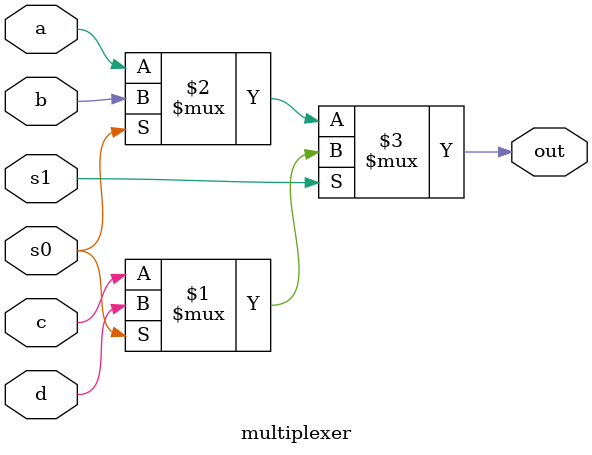
<source format=v>
`timescale 1ns / 1ps


module multiplexer(input a, 
input b, 
input c, 
input d, 
input s0, s1,
output out); 


 assign out = s1 ? (s0 ? d : c) : (s0 ? b : a); 

endmodule

</source>
